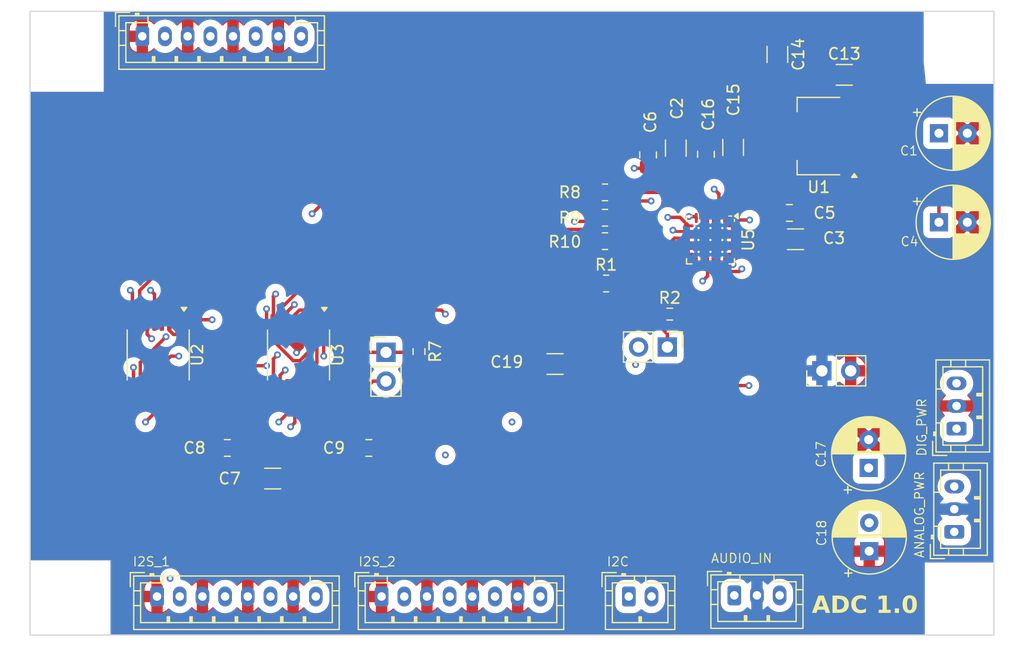
<source format=kicad_pcb>
(kicad_pcb (version 20240108) (generator "pcbnew") (generator_version "8.0")
  (layers (0 "F.Cu" signal) (1 "In1.Cu" mixed) (2 "In2.Cu" mixed) (31 "B.Cu" signal) (34 "B.Paste" user) (35 "F.Paste" user) (36 "B.SilkS" user "B.Silkscreen") (37 "F.SilkS" user "F.Silkscreen") (38 "B.Mask" user) (39 "F.Mask" user) (44 "Edge.Cuts" user))
  (net 0 "")
  (net 1 "GND")
  (net 2 "AGND")
  (net 3 "I2S1_DATA")
  (net 4 "I2S1_LRCLK")
  (net 5 "I2S1_BCLK")
  (net 6 "I2S1_MCLK")
  (net 7 "I2S2_MCLK")
  (net 8 "I2S2_DATA")
  (net 9 "I2S2_BCLK")
  (net 10 "3V3")
  (net 11 "I2S2_LRCLK")
  (net 12 "V-")
  (net 13 "V+")
  (net 14 "RIGHT_IN")
  (net 15 "LEFT_IN")
  (net 16 "I2S3_DATA_OUT")
  (net 17 "I2S3_LRCLK_OUT")
  (net 18 "I2S3_BCLK_OUT")
  (net 19 "5V")
  (net 20 "I2S_DATA_OUT")
  (net 21 "I2S_MCLK_OUT")
  (net 22 "I2S2_LRCLK_OUT")
  (net 23 "I2S_BCLK_OUT")
  (net 24 "SDA")
  (net 25 "SCL")
  (net 26 "I2S3_MCLK_OUT")
  (net 27 "A0")
  (net 28 "3V3A")
  (net 29 "DREG")
  (net 30 "VREF")
  (net 31 "ADC_ADDR")
  (net 32 "Net-(U5-I2S_DATA)")
  (net 33 "Net-(U5-I2S_BCLK)")
  (net 34 "Net-(U5-I2S_LRCLK)")
  (net 35 "Net-(U5-GPIO1)")
  (footprint "Connector_PinHeader_2.54mm:PinHeader_1x02_P2.54mm_Vertical" (layer "F.Cu") (at 156.2614 92.865 90)
    (property "Reference" "J7" (hide yes))
    (property "Value" "Conn_01x02_Male")
  )
  (footprint "Connector_JST:JST_PH_B3B-PH-K_1x03_P2.00mm_Vertical" (layer "F.Cu") (at 148.5364 112.665)
    (property "Reference" "J3" (hide yes))
    (property "Value" "Conn_01x03_Pin")
  )
  (footprint "Capacitor_SMD:C_0805_2012Metric_Pad1.18x1.45mm_HandSolder" (layer "F.Cu") (at 103.8364 99.665)
    (property "Reference" "C8")
    (property "Value" "0.1u")
  )
  (footprint "Capacitor_SMD:C_0805_2012Metric_Pad1.18x1.45mm_HandSolder" (layer "F.Cu") (at 153.3926 78.9396)
    (property "Reference" "C5")
    (property "Value" "0.1u")
  )
  (footprint "MountingHole:MountingHole_3.2mm_M3" (layer "F.Cu") (at 168.9364 113.665)
    (property "Reference" "H4" (hide yes))
    (property "Value" "MountingHole")
  )
  (footprint "Package_TO_SOT_SMD:SOT-223-3_TabPin2" (layer "F.Cu") (at 155.9864 72.165 180)
    (property "Reference" "U1")
    (property "Value" "ZLDO1117QG33TA")
  )
  (footprint "Connector_JST:JST_PH_B8B-PH-K_1x08_P2.00mm_Vertical" (layer "F.Cu") (at 96.3364 63.365)
    (property "Reference" "J4" (hide yes))
    (property "Value" "Conn_01x08_Pin")
  )
  (footprint "Resistor_SMD:R_0603_1608Metric_Pad0.98x0.95mm_HandSolder" (layer "F.Cu") (at 120.7364 91.165 -90)
    (property "Reference" "R7")
    (property "Value" "10K")
  )
  (footprint "Connector_PinHeader_2.54mm:PinHeader_1x02_P2.54mm_Vertical" (layer "F.Cu") (at 142.6364 90.765 -90)
    (property "Reference" "J8" (hide yes))
    (property "Value" "Conn_01x02_Male")
  )
  (footprint "Capacitor_SMD:C_1206_3216Metric_Pad1.33x1.80mm_HandSolder" (layer "F.Cu") (at 143.3797 73.2275 90)
    (property "Reference" "C2")
    (property "Value" "10u")
  )
  (footprint "Connector_JST:JST_PH_B3B-PH-K_1x03_P2.00mm_Vertical" (layer "F.Cu") (at 168.1364 97.965 90)
    (property "Reference" "J6" (hide yes))
    (property "Value" "Conn_01x03_Pin")
  )
  (footprint "Capacitor_THT:CP_Radial_D6.3mm_P2.50mm" (layer "F.Cu") (at 166.5864 71.915)
    (property "Reference" "C1")
    (property "Value" "470u")
  )
  (footprint "MountingHole:MountingHole_3.2mm_M3" (layer "F.Cu") (at 88.9364 63.665)
    (property "Reference" "H1" (hide yes))
    (property "Value" "MountingHole")
  )
  (footprint "Connector_JST:JST_PH_B8B-PH-K_1x08_P2.00mm_Vertical" (layer "F.Cu") (at 97.6364 112.765)
    (property "Reference" "J2" (hide yes))
    (property "Value" "Conn_01x08_Pin")
  )
  (footprint "Package_DFN_QFN:WQFN-24-1EP_4x4mm_P0.5mm_EP2.6x2.6mm_ThermalVias" (layer "F.Cu") (at 146.4364 81.3275 -90)
    (property "Reference" "U5")
    (property "Value" "TAA5212")
  )
  (footprint "Capacitor_SMD:C_0805_2012Metric_Pad1.18x1.45mm_HandSolder" (layer "F.Cu") (at 140.9364 73.8275 90)
    (property "Reference" "C6")
    (property "Value" "0.1u")
  )
  (footprint "Connector_JST:JST_PH_B8B-PH-K_1x08_P2.00mm_Vertical" (layer "F.Cu") (at 117.4364 112.765)
    (property "Reference" "J1" (hide yes))
    (property "Value" "Conn_01x08_Pin" (hide yes))
  )
  (footprint "Capacitor_SMD:C_1206_3216Metric_Pad1.33x1.80mm_HandSolder" (layer "F.Cu") (at 158.2364 66.765)
    (property "Reference" "C13")
    (property "Value" "10u")
  )
  (footprint "Capacitor_SMD:C_1206_3216Metric_Pad1.33x1.80mm_HandSolder" (layer "F.Cu") (at 152.3364 64.965 -90)
    (property "Reference" "C14")
    (property "Value" "10u")
  )
  (footprint "Resistor_SMD:R_0805_2012Metric_Pad1.20x1.40mm_HandSolder" (layer "F.Cu") (at 137.1364 77.129)
    (property "Reference" "R8")
    (property "Value" "22R")
  )
  (footprint "Package_SO:TSSOP-16_4.4x5mm_P0.65mm" (layer "F.Cu") (at 97.7364 91.465 -90)
    (property "Reference" "U2")
    (property "Value" "ADG729")
  )
  (footprint "Capacitor_SMD:C_0805_2012Metric_Pad1.18x1.45mm_HandSolder" (layer "F.Cu") (at 146.0364 73.765 90)
    (property "Reference" "C16")
    (property "Value" "0.1u")
  )
  (footprint "Capacitor_SMD:C_1206_3216Metric_Pad1.33x1.80mm_HandSolder" (layer "F.Cu") (at 107.8364 102.365)
    (property "Reference" "C7")
    (property "Value" "10u")
  )
  (footprint "Capacitor_SMD:C_0805_2012Metric_Pad1.18x1.45mm_HandSolder" (layer "F.Cu") (at 116.3114 99.665)
    (property "Reference" "C9")
    (property "Value" "0.1u")
  )
  (footprint "Resistor_SMD:R_0805_2012Metric_Pad1.20x1.40mm_HandSolder" (layer "F.Cu") (at 137.1364 79.365)
    (property "Reference" "R9")
    (property "Value" "22R")
  )
  (footprint "Resistor_SMD:R_0805_2012Metric_Pad1.20x1.40mm_HandSolder" (layer "F.Cu") (at 137.2364 85.165)
    (property "Reference" "R1")
    (property "Value" "22R")
  )
  (footprint "Connector_JST:JST_PH_B2B-PH-K_1x02_P2.00mm_Vertical" (layer "F.Cu") (at 139.2364 112.765)
    (property "Reference" "J14" (hide yes))
    (property "Value" "Conn_01x02_Male")
  )
  (footprint "Resistor_SMD:R_0603_1608Metric_Pad0.98x0.95mm_HandSolder" (layer "F.Cu") (at 142.8489 87.865)
    (property "Reference" "R2")
    (property "Value" "4.7K")
  )
  (footprint "Connector_PinHeader_2.54mm:PinHeader_1x02_P2.54mm_Vertical" (layer "F.Cu") (at 117.8239 91.235)
    (property "Reference" "J5" (hide yes))
    (property "Value" "Conn_01x02_Pin")
  )
  (footprint "Package_SO:TSSOP-16_4.4x5mm_P0.65mm" (layer "F.Cu") (at 110.1114 91.465 -90)
    (property "Reference" "U3")
    (property "Value" "ADG729")
  )
  (footprint "Capacitor_SMD:C_1206_3216Metric_Pad1.33x1.80mm_HandSolder" (layer "F.Cu") (at 148.4364 73.165 90)
    (property "Reference" "C15")
    (property "Value" "10u")
  )
  (footprint "Capacitor_SMD:C_1206_3216Metric_Pad1.33x1.80mm_HandSolder" (layer "F.Cu") (at 153.9364 81.265)
    (property "Reference" "C3")
    (property "Value" "10u")
  )
  (footprint "MountingHole:MountingHole_3.2mm_M3" (layer "F.Cu") (at 88.9364 113.665)
    (property "Reference" "H3" (hide yes))
    (property "Value" "MountingHole")
  )
  (footprint "Resistor_SMD:R_0805_2012Metric_Pad1.20x1.40mm_HandSolder" (layer "F.Cu") (at 137.1364 81.429)
    (property "Reference" "R10")
    (property "Value" "22R")
  )
  (footprint "MountingHole:MountingHole_3.2mm_M3" (layer "F.Cu") (at 168.9364 63.665)
    (property "Reference" "H2" (hide yes))
    (property "Value" "MountingHole")
  )
  (footprint "Capacitor_THT:CP_Radial_D6.3mm_P2.50mm" (layer "F.Cu") (at 160.4364 108.765 90)
    (property "Reference" "C18")
    (property "Value" "470u")
  )
  (footprint "Capacitor_THT:CP_Radial_D6.3mm_P2.50mm" (layer "F.Cu") (at 160.3864 101.4298 90)
    (property "Reference" "C17")
    (property "Value" "470u")
  )
  (footprint "Capacitor_SMD:C_1206_3216Metric_Pad1.33x1.80mm_HandSolder" (layer "F.Cu") (at 132.7364 92.265 180)
    (property "Reference" "C19")
    (property "Value" "1u")
  )
  (footprint "Connector_JST:JST_PH_B3B-PH-K_1x03_P2.00mm_Vertical" (layer "F.Cu") (at 167.9364 107.065 90)
    (property "Reference" "J13" (hide yes))
    (property "Value" "Conn_01x03_Male")
  )
  (footprint "Capacitor_THT:CP_Radial_D6.3mm_P2.50mm" (layer "F.Cu") (at 166.5864 79.765)
    (property "Reference" "C4")
    (property "Value" "470u")
  )
  (gr_line (start 171.4364 61.165) (end 171.4364 116.165) (stroke (width 0.1)) (layer "Edge.Cuts"))
  (gr_line (start 86.4364 61.165) (end 86.4364 116.165) (stroke (width 0.1)) (layer "Edge.Cuts"))
  (gr_line (start 171.4364 116.165) (end 86.4364 116.165) (stroke (width 0.1)) (layer "Edge.Cuts"))
  (gr_line (start 86.4364 61.165) (end 171.4364 61.165) (stroke (width 0.1)) (layer "Edge.Cuts"))
  (gr_text "AUDIO_IN\n" (at 146.4364 109.865 0) (layer "F.SilkS") (effects (font (size 0.8 0.8) (thickness 0.1)) (justify left bottom)))
  (gr_text "I2S_2\n" (at 115.3364 110.165 0) (layer "F.SilkS") (effects (font (size 0.8 0.8) (thickness 0.1)) (justify left bottom)))
  (gr_text "ANALOG_PWR" (at 165.3364 109.425 90) (layer "F.SilkS") (effects (font (size 0.8 0.8) (thickness 0.1)) (justify left bottom)))
  (gr_text "I2S_1" (at 95.4364 110.165 0) (layer "F.SilkS") (effects (font (size 0.8 0.8) (thickness 0.1)) (justify left bottom)))
  (gr_text "DIG_PWR" (at 165.5364 100.465 90) (layer "F.SilkS") (effects (font (size 0.8 0.8) (thickness 0.1)) (justify left bottom)))
  (gr_text "ADC 1.0" (at 164.7364 114.465 0) (layer "F.SilkS") (effects (font (size 1.5 1.5) (thickness 0.1) (bold yes)) (justify right bottom)))
  (gr_text "I2C" (at 137.2364 110.165 0) (layer "F.SilkS") (effects (font (size 0.8 0.8) (thickness 0.1)) (justify left bottom)))
  (segment (start 110.4364 90.765) (end 109.9364 91.265) (width 0.3) (layer "F.Cu") (net 1))
  (segment (start 110.4364 88.6025) (end 110.4364 90.765) (width 0.3) (layer "F.Cu") (net 1))
  (via (at 109.9364 91.265) (size 0.6) (drill 0.3) (layers "F.Cu" "B.Cu") (net 1))
  (segment (start 147.924 83.5031) (end 148.423 83.5031) (width 0.3) (layer "F.Cu") (net 2))
  (segment (start 146.6864 82.9466) (end 146.6864 83.265) (width 0.3) (layer "F.Cu") (net 2))
  (segment (start 146.686 82.9462) (end 146.686 83.265) (width 0.3) (layer "F.Cu") (net 2))
  (segment (start 146.686 82.6275) (end 146.686 82.9462) (width 0.3) (layer "F.Cu") (net 2))
  (segment (start 147.6862 83.2652) (end 147.6864 83.265) (width 0.3) (layer "F.Cu") (net 2))
  (segment (start 147.686 83.265) (end 147.6862 83.2652) (width 0.3) (layer "F.Cu") (net 2))
  (segment (start 146.4362 82.3777) (end 146.686 82.6275) (width 0.3) (layer "F.Cu") (net 2))
  (segment (start 146.4364 82.3775) (end 146.4362 82.3777) (width 0.3) (layer "F.Cu") (net 2))
  (segment (start 146.436 82.3775) (end 146.4362 82.3777) (width 0.3) (layer "F.Cu") (net 2))
  (segment (start 147.6862 83.2652) (end 147.924 83.5031) (width 0.3) (layer "F.Cu") (net 2))
  (segment (start 146.686 82.9462) (end 146.6864 82.9466) (width 0.3) (layer "F.Cu") (net 2))
  (via (at 148.423 83.5031) (size 0.6) (drill 0.3) (layers "F.Cu" "B.Cu") (net 2))
  (segment (start 109.786 95.881) (end 109.786 97.4345) (width 0.3) (layer "F.Cu") (net 3))
  (segment (start 109.786 95.881) (end 109.7864 95.8806) (width 0.3) (layer "F.Cu") (net 3))
  (segment (start 109.786 97.4345) (end 109.416 97.8052) (width 0.3) (layer "F.Cu") (net 3))
  (segment (start 109.7864 95.8806) (end 109.7864 94.3275) (width 0.3) (layer "F.Cu") (net 3))
  (segment (start 109.786 94.3275) (end 109.786 95.881) (width 0.3) (layer "F.Cu") (net 3))
  (via (at 128.937 97.3805) (size 0.6) (drill 0.3) (layers "F.Cu" "B.Cu") (net 3))
  (via (at 109.416 97.8052) (size 0.6) (drill 0.3) (layers "F.Cu" "B.Cu") (net 3))
  (segment (start 109.786 88.2604) (end 109.7864 88.2608) (width 0.3) (layer "F.Cu") (net 4))
  (segment (start 122.706 87.5078) (end 123.061 87.8633) (width 0.3) (layer "F.Cu") (net 4))
  (segment (start 109.786 88.2604) (end 109.786 87.9184) (width 0.3) (layer "F.Cu") (net 4))
  (segment (start 109.786 88.6025) (end 109.786 88.2604) (width 0.3) (layer "F.Cu") (net 4))
  (segment (start 109.7864 88.2608) (end 109.7864 88.6025) (width 0.3) (layer "F.Cu") (net 4))
  (segment (start 110.197 87.5078) (end 122.706 87.5078) (width 0.3) (layer "F.Cu") (net 4))
  (segment (start 109.786 87.9184) (end 110.197 87.5078) (width 0.3) (layer "F.Cu") (net 4))
  (via (at 123.061 87.8633) (size 0.6) (drill 0.3) (layers "F.Cu" "B.Cu") (net 4))
  (segment (start 97.4114 94.3275) (end 97.4114 96.5885) (width 0.3) (layer "F.Cu") (net 5))
  (segment (start 97.4114 96.5885) (end 96.6194 97.3805) (width 0.3) (layer "F.Cu") (net 5))
  (via (at 96.6194 97.3805) (size 0.6) (drill 0.3) (layers "F.Cu" "B.Cu") (net 5))
  (via (at 123.061 100.286) (size 0.6) (drill 0.3) (layers "F.Cu" "B.Cu") (net 5))
  (segment (start 97.0592 85.7593) (end 97.4114 86.1115) (width 0.3) (layer "F.Cu") (net 6))
  (segment (start 97.4114 86.1115) (end 97.4114 88.6025) (width 0.3) (layer "F.Cu") (net 6))
  (via (at 98.7884 111.172) (size 0.6) (drill 0.3) (layers "F.Cu" "B.Cu") (net 6))
  (via (at 97.0592 85.7593) (size 0.6) (drill 0.3) (layers "F.Cu" "B.Cu") (net 6))
  (segment (start 96.7614 89.6381) (end 97.1601 90.0368) (width 0.3) (layer "F.Cu") (net 7))
  (segment (start 96.7614 88.6025) (end 96.7614 89.6381) (width 0.3) (layer "F.Cu") (net 7))
  (via (at 97.1601 90.0368) (size 0.6) (drill 0.3) (layers "F.Cu" "B.Cu") (net 7))
  (segment (start 109.136 96.6155) (end 108.371 97.3805) (width 0.3) (layer "F.Cu") (net 8))
  (segment (start 109.136 95.4715) (end 109.1364 95.4711) (width 0.3) (layer "F.Cu") (net 8))
  (segment (start 109.136 95.4715) (end 109.136 96.6155) (width 0.3) (layer "F.Cu") (net 8))
  (segment (start 109.136 94.3275) (end 109.136 95.4715) (width 0.3) (layer "F.Cu") (net 8))
  (segment (start 109.1364 95.4711) (end 109.1364 94.3275) (width 0.3) (layer "F.Cu") (net 8))
  (via (at 108.371 97.3805) (size 0.6) (drill 0.3) (layers "F.Cu" "B.Cu") (net 8))
  (segment (start 98.8555 91.5699) (end 99.5574 91.5699) (width 0.3) (layer "F.Cu") (net 9))
  (segment (start 96.7614 93.664) (end 98.8555 91.5699) (width 0.3) (layer "F.Cu") (net 9))
  (segment (start 96.7614 94.3275) (end 96.7614 93.664) (width 0.3) (layer "F.Cu") (net 9))
  (via (at 99.5574 91.5699) (size 0.6) (drill 0.3) (layers "F.Cu" "B.Cu") (net 9))
  (segment (start 106.2739 102.365) (end 105.499 102.365) (width 0.3) (layer "F.Cu") (net 10))
  (segment (start 111.731 88.6082) (end 111.731 92.1833) (width 0.3) (layer "F.Cu") (net 10))
  (segment (start 145.186 79.39) (end 145.1864 79.39) (width 0.3) (layer "F.Cu") (net 10))
  (segment (start 111.731 92.1833) (end 111.086 92.8276) (width 0.3) (layer "F.Cu") (net 10))
  (segment (start 141.011 74.79) (end 143.3797 74.79) (width 0.3) (layer "F.Cu") (net 10))
  (segment (start 140.8653 74.9361) (end 140.9364 74.865) (width 0.3) (layer "F.Cu") (net 10))
  (segment (start 140.936 74.865) (end 141.011 74.79) (width 0.3) (layer "F.Cu") (net 10))
  (segment (start 111.0864 93.9196) (end 111.0864 94.3275) (width 0.3) (layer "F.Cu") (net 10))
  (segment (start 111.086 93.9192) (end 111.0864 93.9196) (width 0.3) (layer "F.Cu") (net 10))
  (segment (start 98.7114 95.5775) (end 98.7114 94.3275) (width 0.3) (layer "F.Cu") (net 10))
  (segment (start 103.5046 100.3707) (end 102.7989 99.665) (width 0.3) (layer "F.Cu") (net 10))
  (segment (start 140.865 74.9361) (end 140.936 74.865) (width 0.3) (layer "F.Cu") (net 10))
  (segment (start 111.984 95.3671) (end 115.08 95.3671) (width 0.3) (layer "F.Cu") (net 10))
  (segment (start 103.5047 100.3707) (end 103.5046 100.3707) (width 0.3) (layer "F.Cu") (net 10))
  (segment (start 111.086 93.9192) (end 111.086 95.0108) (width 0.3) (layer "F.Cu") (net 10))
  (segment (start 105.499 102.365) (end 103.5047 100.3707) (width 0.3) (layer "F.Cu") (net 10))
  (segment (start 115.08 95.3671) (end 116.672 93.775) (width 0.3) (layer "F.Cu") (net 10))
  (segment (start 111.086 95.0108) (end 111.443 95.3671) (width 0.3) (layer "F.Cu") (net 10))
  (segment (start 144.534 79.2607) (end 145.057 79.2607) (width 0.3) (layer "F.Cu") (net 10))
  (segment (start 140.865 74.9361) (end 140.8653 74.9361) (width 0.3) (layer "F.Cu") (net 10))
  (segment (start 116.672 93.775) (end 117.8239 93.775) (width 0.3) (layer "F.Cu") (net 10))
  (segment (start 139.715 75.0072) (end 140.794 75.0072) (width 0.3) (layer "F.Cu") (net 10))
  (segment (start 111.086 92.8276) (end 111.086 93.9192) (width 0.3) (layer "F.Cu") (net 10))
  (segment (start 106.274 102.365) (end 106.2739 102.365) (width 0.3) (layer "F.Cu") (net 10))
  (segment (start 115.274 99.665) (end 115.2739 99.665) (width 0.3) (layer "F.Cu") (net 10))
  (segment (start 117.8239 93.775) (end 117.824 93.775) (width 0.3) (layer "F.Cu") (net 10))
  (segment (start 103.5047 100.3707) (end 102.799 99.665) (width 0.3) (layer "F.Cu") (net 10))
  (segment (start 111.736 88.6025) (end 111.731 88.6082) (width 0.3) (layer "F.Cu") (net 10))
  (segment (start 108.974 99.665) (end 106.274 102.365) (width 0.3) (layer "F.Cu") (net 10))
  (segment (start 111.984 99.665) (end 111.984 95.3671) (width 0.3) (layer "F.Cu") (net 10))
  (segment (start 140.794 75.0072) (end 140.865 74.9361) (width 0.3) (layer "F.Cu") (net 10))
  (segment (start 115.2739 99.665) (end 111.984 99.665) (width 0.3) (layer "F.Cu") (net 10))
  (segment (start 111.736 88.6025) (end 111.7364 88.6025) (width 0.3) (layer "F.Cu") (net 10))
  (segment (start 111.984 99.665) (end 108.974 99.665) (width 0.3) (layer "F.Cu") (net 10))
  (segment (start 143.3797 74.79) (end 143.38 74.79) (width 0.3) (layer "F.Cu") (net 10))
  (segment (start 111.443 95.3671) (end 111.984 95.3671) (width 0.3) (layer "F.Cu") (net 10))
  (segment (start 102.799 99.665) (end 98.7114 95.5775) (width 0.3) (layer "F.Cu") (net 10))
  (segment (start 145.057 79.2607) (end 145.186 79.39) (width 0.3) (layer "F.Cu") (net 10))
  (via (at 144.534 79.2607) (size 0.6) (drill 0.3) (layers "F.Cu" "B.Cu") (net 10))
  (via (at 139.715 75.0072) (size 0.6) (drill 0.3) (layers "F.Cu" "B.Cu") (net 10))
  (segment (start 109.136 88.1201) (end 109.1364 88.1205) (width 0.3) (layer "F.Cu") (net 11))
  (segment (start 109.136 87.6378) (end 109.136 88.1201) (width 0.3) (layer "F.Cu") (net 11))
  (segment (start 109.1364 88.1205) (end 109.1364 88.6025) (width 0.3) (layer "F.Cu") (net 11))
  (segment (start 109.744 87.0297) (end 109.136 87.6378) (width 0.3) (layer "F.Cu") (net 11))
  (segment (start 109.136 88.1201) (end 109.136 88.6025) (width 0.3) (layer "F.Cu") (net 11))
  (via (at 109.744 87.0297) (size 0.6) (drill 0.3) (layers "F.Cu" "B.Cu") (net 11))
  (segment (start 147.1864 83.5271) (end 147.1864 83.265) (width 0.3) (layer "F.Cu") (net 14))
  (segment (start 147.186 83.5275) (end 147.1864 83.5271) (width 0.3) (layer "F.Cu") (net 14))
  (segment (start 148.971 84.1049) (end 149.201 83.8746) (width 0.3) (layer "F.Cu") (net 14))
  (segment (start 147.186 83.5275) (end 147.186 83.79) (width 0.3) (layer "F.Cu") (net 14))
  (segment (start 147.501 84.1049) (end 148.971 84.1049) (width 0.3) (layer "F.Cu") (net 14))
  (segment (start 147.186 83.79) (end 147.501 84.1049) (width 0.3) (layer "F.Cu") (net 14))
  (segment (start 147.186 83.265) (end 147.186 83.5275) (width 0.3) (layer "F.Cu") (net 14))
  (via (at 149.201 83.8746) (size 0.6) (drill 0.3) (layers "F.Cu" "B.Cu") (net 14))
  (segment (start 146.186 84.5093) (end 146.186 83.8871) (width 0.3) (layer "F.Cu") (net 15))
  (segment (start 146.186 83.8871) (end 146.1864 83.8867) (width 0.3) (layer "F.Cu") (net 15))
  (segment (start 145.747 84.9489) (end 146.186 84.5093) (width 0.3) (layer "F.Cu") (net 15))
  (segment (start 146.1864 83.8867) (end 146.1864 83.265) (width 0.3) (layer "F.Cu") (net 15))
  (segment (start 146.186 83.8871) (end 146.186 83.265) (width 0.3) (layer "F.Cu") (net 15))
  (via (at 145.747 84.9489) (size 0.6) (drill 0.3) (layers "F.Cu" "B.Cu") (net 15))
  (segment (start 113.196 77.129) (end 111.309 79.0158) (width 0.3) (layer "F.Cu") (net 16))
  (segment (start 136.136 77.129) (end 136.1364 77.129) (width 0.3) (layer "F.Cu") (net 16))
  (segment (start 108.4864 93.7896) (end 108.4864 94.3275) (width 0.3) (layer "F.Cu") (net 16))
  (segment (start 108.486 93.7892) (end 108.4864 93.7896) (width 0.3) (layer "F.Cu") (net 16))
  (segment (start 108.486 93.7892) (end 108.486 94.3275) (width 0.3) (layer "F.Cu") (net 16))
  (segment (start 136.136 77.129) (end 113.196 77.129) (width 0.3) (layer "F.Cu") (net 16))
  (segment (start 108.486 93.251) (end 108.486 93.7892) (width 0.3) (layer "F.Cu") (net 16))
  (segment (start 108.943 92.7941) (end 108.486 93.251) (width 0.3) (layer "F.Cu") (net 16))
  (via (at 111.309 79.0158) (size 0.6) (drill 0.3) (layers "F.Cu" "B.Cu") (net 16))
  (via (at 108.943 92.7941) (size 0.6) (drill 0.3) (layers "F.Cu" "B.Cu") (net 16))
  (segment (start 114.494 81.429) (end 136.136 81.429) (width 0.3) (layer "F.Cu") (net 17))
  (segment (start 108.486 88.0197) (end 108.4864 88.0201) (width 0.3) (layer "F.Cu") (net 17))
  (segment (start 136.136 81.429) (end 136.1364 81.429) (width 0.3) (layer "F.Cu") (net 17))
  (segment (start 108.486 88.6025) (end 108.486 88.0197) (width 0.3) (layer "F.Cu") (net 17))
  (segment (start 108.486 88.0197) (end 108.486 87.437) (width 0.3) (layer "F.Cu") (net 17))
  (segment (start 108.4864 88.0201) (end 108.4864 88.6025) (width 0.3) (layer "F.Cu") (net 17))
  (segment (start 108.486 87.437) (end 114.494 81.429) (width 0.3) (layer "F.Cu") (net 17))
  (segment (start 135.816 79.6856) (end 135.976 79.5253) (width 0.3) (layer "F.Cu") (net 18))
  (segment (start 96.1114 94.3275) (end 96.1576 94.2813) (width 0.3) (layer "F.Cu") (net 18))
  (segment (start 96.1576 92.1289) (end 98.4308 89.8557) (width 0.3) (layer "F.Cu") (net 18))
  (segment (start 135.9761 79.5253) (end 136.1364 79.365) (width 0.3) (layer "F.Cu") (net 18))
  (segment (start 135.976 79.5253) (end 135.9761 79.5253) (width 0.3) (layer "F.Cu") (net 18))
  (segment (start 135.976 79.5253) (end 136.136 79.365) (width 0.3) (layer "F.Cu") (net 18))
  (segment (start 96.1576 94.2813) (end 96.1576 92.1289) (width 0.3) (layer "F.Cu") (net 18))
  (segment (start 134.44 79.6856) (end 135.816 79.6856) (width 0.3) (layer "F.Cu") (net 18))
  (via (at 98.4308 89.8557) (size 0.6) (drill 0.3) (layers "F.Cu" "B.Cu") (net 18))
  (via (at 134.44 79.6856) (size 0.6) (drill 0.3) (layers "F.Cu" "B.Cu") (net 18))
  (segment (start 159.799 69.2025) (end 159.1362 69.8648) (width 0.3) (layer "F.Cu") (net 19))
  (segment (start 159.1364 69.865) (end 159.1362 69.8648) (width 0.3) (layer "F.Cu") (net 19))
  (segment (start 159.799 66.765) (end 159.799 67.9837) (width 0.3) (layer "F.Cu") (net 19))
  (segment (start 159.7989 67.9836) (end 159.7989 66.765) (width 0.3) (layer "F.Cu") (net 19))
  (segment (start 159.799 67.9837) (end 159.799 69.2025) (width 0.3) (layer "F.Cu") (net 19))
  (segment (start 166.586 77.315) (end 166.586 79.765) (width 0.3) (layer "F.Cu") (net 19))
  (segment (start 166.5864 79.765) (end 166.586 79.765) (width 0.3) (layer "F.Cu") (net 19))
  (segment (start 159.1362 69.8648) (end 159.136 69.865) (width 0.3) (layer "F.Cu") (net 19))
  (segment (start 159.136 69.865) (end 166.586 77.315) (width 0.3) (layer "F.Cu") (net 19))
  (segment (start 159.799 67.9837) (end 159.7989 67.9836) (width 0.3) (layer "F.Cu") (net 19))
  (segment (start 107.896 94.2678) (end 107.896 91.8112) (width 0.3) (layer "F.Cu") (net 20))
  (segment (start 107.836 94.3275) (end 107.8363 94.3273) (width 0.3) (layer "F.Cu") (net 20))
  (segment (start 107.8363 94.3273) (end 107.896 94.2678) (width 0.3) (layer "F.Cu") (net 20))
  (segment (start 107.8364 94.3274) (end 107.8364 94.3275) (width 0.3) (layer "F.Cu") (net 20))
  (segment (start 107.896 91.8112) (end 108.254 91.4537) (width 0.3) (layer "F.Cu") (net 20))
  (segment (start 107.8363 94.3273) (end 107.8364 94.3274) (width 0.3) (layer "F.Cu") (net 20))
  (via (at 108.254 91.4537) (size 0.6) (drill 0.3) (layers "F.Cu" "B.Cu") (net 20))
  (segment (start 95.4614 85.9425) (end 95.2782 85.7593) (width 0.3) (layer "F.Cu") (net 21))
  (segment (start 95.4614 88.6025) (end 95.4614 85.9425) (width 0.3) (layer "F.Cu") (net 21))
  (via (at 95.2782 85.7593) (size 0.6) (drill 0.3) (layers "F.Cu" "B.Cu") (net 21))
  (segment (start 107.8363 88.6023) (end 107.896 88.5428) (width 0.3) (layer "F.Cu") (net 22))
  (segment (start 107.896 86.2877) (end 108.094 86.0902) (width 0.3) (layer "F.Cu") (net 22))
  (segment (start 107.8364 88.6024) (end 107.8364 88.6025) (width 0.3) (layer "F.Cu") (net 22))
  (segment (start 107.8363 88.6023) (end 107.8364 88.6024) (width 0.3) (layer "F.Cu") (net 22))
  (segment (start 107.896 88.5428) (end 107.896 86.2877) (width 0.3) (layer "F.Cu") (net 22))
  (segment (start 107.836 88.6025) (end 107.8363 88.6023) (width 0.3) (layer "F.Cu") (net 22))
  (via (at 108.094 86.0902) (size 0.6) (drill 0.3) (layers "F.Cu" "B.Cu") (net 22))
  (segment (start 95.4614 94.3275) (end 95.5559 94.233) (width 0.3) (layer "F.Cu") (net 23))
  (segment (start 95.5559 94.233) (end 95.5559 92.5678) (width 0.3) (layer "F.Cu") (net 23))
  (via (at 95.5559 92.5678) (size 0.6) (drill 0.3) (layers "F.Cu" "B.Cu") (net 23))
  (segment (start 143.124 80.4676) (end 143.125 80.466) (width 0.3) (layer "F.Cu") (net 24))
  (segment (start 107.294 89.6563) (end 99.0823 89.6563) (width 0.3) (layer "F.Cu") (net 24))
  (segment (start 111.086 88.95) (end 111.0864 88.9496) (width 0.3) (layer "F.Cu") (net 24))
  (segment (start 144.4989 80.5775) (end 144.499 80.5775) (width 0.2502) (layer "F.Cu") (net 24))
  (segment (start 110.22635 91.965) (end 109.64645 91.965) (width 0.3) (layer "F.Cu") (net 24))
  (segment (start 107.33775 89.6563) (end 107.294 89.6563) (width 0.3) (layer "F.Cu") (net 24))
  (segment (start 143.124 80.5029) (end 143.198 80.5775) (width 0.2502) (layer "F.Cu") (net 24))
  (segment (start 107.294 89.6563) (end 107.294 87.4029) (width 0.3) (layer "F.Cu") (net 24))
  (segment (start 143.198 80.5775) (end 144.4989 80.5775) (width 0.2502) (layer "F.Cu") (net 24))
  (segment (start 98.7114 89.2854) (end 98.7114 88.6025) (width 0.3) (layer "F.Cu") (net 24))
  (segment (start 111.086 88.6025) (end 111.086 88.95) (width 0.3) (layer "F.Cu") (net 24))
  (segment (start 111.0864 88.9496) (end 111.0864 88.6025) (width 0.3) (layer "F.Cu") (net 24))
  (segment (start 99.0823 89.6563) (end 98.7114 89.2854) (width 0.3) (layer "F.Cu") (net 24))
  (segment (start 109.64645 91.965) (end 107.33775 89.6563) (width 0.3) (layer "F.Cu") (net 24))
  (segment (start 111.086 88.95) (end 111.086 91.10535) (width 0.3) (layer "F.Cu") (net 24))
  (segment (start 111.086 91.10535) (end 110.22635 91.965) (width 0.3) (layer "F.Cu") (net 24))
  (segment (start 143.124 80.5029) (end 143.124 80.4676) (width 0.3) (layer "F.Cu") (net 24))
  (via (at 107.294 87.4029) (size 0.6) (drill 0.3) (layers "F.Cu" "B.Cu") (net 24))
  (via (at 143.125 80.466) (size 0.6) (drill 0.3) (layers "F.Cu" "B.Cu") (net 24))
  (segment (start 144.499 80.0775) (end 144.2822 79.8609) (width 0.3) (layer "F.Cu") (net 25))
  (segment (start 144.2822 79.8609) (end 144.2823 79.8609) (width 0.3) (layer "F.Cu") (net 25))
  (segment (start 112.359 88.6295) (end 112.3594 88.6295) (width 0.3) (layer "F.Cu") (net 25))
  (segment (start 142.672 79.3311) (end 142.672 79.331) (width 0.3) (layer "F.Cu") (net 25))
  (segment (start 112.3594 88.6295) (end 112.3864 88.6025) (width 0.3) (layer "F.Cu") (net 25))
  (segment (start 100.132 88.4816) (end 100.253 88.3607) (width 0.3) (layer "F.Cu") (net 25))
  (segment (start 112.386 88.6025) (end 112.359 88.6295) (width 0.3) (layer "F.Cu") (net 25))
  (segment (start 100.132 88.4816) (end 100.0114 88.6022) (width 0.3) (layer "F.Cu") (net 25))
  (segment (start 112.332 88.6565) (end 112.332 91.5699) (width 0.3) (layer "F.Cu") (net 25))
  (segment (start 144.2823 79.8609) (end 144.4989 80.0775) (width 0.3) (layer "F.Cu") (net 25))
  (segment (start 143.752 79.3311) (end 142.672 79.3311) (width 0.3) (layer "F.Cu") (net 25))
  (segment (start 100.253 88.3607) (end 102.495 88.3607) (width 0.3) (layer "F.Cu") (net 25))
  (segment (start 100.0114 88.6022) (end 100.0114 88.6025) (width 0.3) (layer "F.Cu") (net 25))
  (segment (start 144.2822 79.8609) (end 143.752 79.3311) (width 0.3) (layer "F.Cu") (net 25))
  (segment (start 112.359 88.6295) (end 112.332 88.6565) (width 0.3) (layer "F.Cu") (net 25))
  (segment (start 100.011 88.6025) (end 100.132 88.4816) (width 0.3) (layer "F.Cu") (net 25))
  (via (at 142.672 79.331) (size 0.6) (drill 0.3) (layers "F.Cu" "B.Cu") (net 25))
  (via (at 102.495 88.3607) (size 0.6) (drill 0.3) (layers "F.Cu" "B.Cu") (net 25))
  (via (at 112.332 91.5699) (size 0.6) (drill 0.3) (layers "F.Cu" "B.Cu") (net 25))
  (via (at 139.834 92.3188) (size 0.6) (drill 0.3) (layers "F.Cu" "B.Cu") (net 25))
  (segment (start 136.756 80.3971) (end 137.106 80.7465) (width 0.3) (layer "F.Cu") (net 26))
  (segment (start 96.1114 88.6025) (end 96.1114 85.7726) (width 0.3) (layer "F.Cu") (net 26))
  (segment (start 136.671 84.7304) (end 136.236 85.165) (width 0.3) (layer "F.Cu") (net 26))
  (segment (start 137.106 80.7465) (end 137.106 84.2958) (width 0.3) (layer "F.Cu") (net 26))
  (segment (start 96.1114 85.7726) (end 101.487 80.3971) (width 0.3) (layer "F.Cu") (net 26))
  (segment (start 136.671 84.7304) (end 136.2364 85.165) (width 0.3) (layer "F.Cu") (net 26))
  (segment (start 137.106 84.2958) (end 136.671 84.7304) (width 0.3) (layer "F.Cu") (net 26))
  (segment (start 101.487 80.3971) (end 136.756 80.3971) (width 0.3) (layer "F.Cu") (net 26))
  (segment (start 120.2452 90.7437) (end 120.7364 90.2525) (width 0.3) (layer "F.Cu") (net 27))
  (segment (start 112.3863 94.3274) (end 112.3864 94.3275) (width 0.3) (layer "F.Cu") (net 27))
  (segment (start 112.3862 94.3274) (end 112.3863 94.3274) (width 0.3) (layer "F.Cu") (net 27))
  (segment (start 120.245 90.7437) (end 119.754 91.235) (width 0.3) (layer "F.Cu") (net 27))
  (segment (start 120.245 90.7437) (end 120.2452 90.7437) (width 0.3) (layer "F.Cu") (net 27))
  (segment (start 115.479 91.235) (end 112.3862 94.3274) (width 0.3) (layer "F.Cu") (net 27))
  (segment (start 100.967 93.3716) (end 101.923 92.4157) (width 0.3) (layer "F.Cu") (net 27))
  (segment (start 112.3862 94.3274) (end 112.386 94.3275) (width 0.3) (layer "F.Cu") (net 27))
  (segment (start 119.754 91.235) (end 117.8239 91.235) (width 0.3) (layer "F.Cu") (net 27))
  (segment (start 101.923 92.4157) (end 107.294 92.4157) (width 0.3) (layer "F.Cu") (net 27))
  (segment (start 117.8239 91.235) (end 115.479 91.235) (width 0.3) (layer "F.Cu") (net 27))
  (segment (start 120.736 90.2525) (end 120.245 90.7437) (width 0.3) (layer "F.Cu") (net 27))
  (segment (start 100.967 93.3716) (end 100.0114 94.3272) (width 0.3) (layer "F.Cu") (net 27))
  (segment (start 100.011 94.3275) (end 100.967 93.3716) (width 0.3) (layer "F.Cu") (net 27))
  (segment (start 100.0114 94.3272) (end 100.0114 94.3275) (width 0.3) (layer "F.Cu") (net 27))
  (via (at 107.294 92.4157) (size 0.6) (drill 0.3) (layers "F.Cu" "B.Cu") (net 27))
  (segment (start 152.3645 81.2556) (end 152.374 81.265) (width 0.3) (layer "F.Cu") (net 28))
  (segment (start 152.836 78.4583) (end 152.355 78.9396) (width 0.3) (layer "F.Cu") (net 28))
  (segment (start 151.686 80.5775) (end 148.374 80.5775) (width 0.3) (layer "F.Cu") (net 28))
  (segment (start 152.355 80.0929) (end 152.3551 80.0928) (width 0.3) (layer "F.Cu") (net 28))
  (segment (start 152.336 68.6957) (end 152.3364 68.6953) (width 0.3) (layer "F.Cu") (net 28))
  (segment (start 152.336 68.6957) (end 152.336 71.665) (width 0.3) (layer "F.Cu") (net 28))
  (segment (start 152.8364 72.165) (end 159.136 72.165) (width 0.3) (layer "F.Cu") (net 28))
  (segment (start 152.836 72.165) (end 152.836 78.4583) (width 0.3) (layer "F.Cu") (net 28))
  (segment (start 152.3645 81.2556) (end 152.3739 81.265) (width 0.3) (layer "F.Cu") (net 28))
  (segment (start 152.836 72.165) (end 152.8364 72.165) (width 0.3) (layer "F.Cu") (net 28))
  (segment (start 152.336 66.5275) (end 152.336 68.6957) (width 0.3) (layer "F.Cu") (net 28))
  (segment (start 152.3551 80.0928) (end 152.3551 78.9396) (width 0.3) (layer "F.Cu") (net 28))
  (segment (start 148.374 80.5775) (end 148.3739 80.5775) (width 0.3) (layer "F.Cu") (net 28))
  (segment (start 152.355 78.9396) (end 152.355 80.0929) (width 0.3) (layer "F.Cu") (net 28))
  (segment (start 152.355 80.0929) (end 152.355 81.2462) (width 0.3) (layer "F.Cu") (net 28))
  (segment (start 152.374 81.265) (end 151.686 80.5775) (width 0.3) (layer "F.Cu") (net 28))
  (segment (start 159.136 72.165) (end 159.1364 72.165) (width 0.3) (layer "F.Cu") (net 28))
  (segment (start 152.3364 68.6953) (end 152.3364 66.5275) (width 0.3) (layer "F.Cu") (net 28))
  (segment (start 152.336 71.665) (end 152.836 72.165) (width 0.3) (layer "F.Cu") (net 28))
  (segment (start 152.355 81.2462) (end 152.3645 81.2556) (width 0.3) (layer "F.Cu") (net 28))
  (segment (start 146.111 74.7275) (end 146.0364 74.8021) (width 0.3) (layer "F.Cu") (net 29))
  (segment (start 148.436 75.5984) (end 148.4364 75.598) (width 0.3) (layer "F.Cu") (net 29))
  (segment (start 147.6864 79.3896) (end 148.436 78.64) (width 0.3) (layer "F.Cu") (net 29))
  (segment (start 148.436 74.7275) (end 146.111 74.7275) (width 0.3) (layer "F.Cu") (net 29))
  (segment (start 146.0364 74.8021) (end 146.0364 74.8025) (width 0.3) (layer "F.Cu") (net 29))
  (segment (start 147.686 79.39) (end 147.6864 79.3896) (width 0.3) (layer "F.Cu") (net 29))
  (segment (start 146.0364 74.8021) (end 146.036 74.8025) (width 0.3) (layer "F.Cu") (net 29))
  (segment (start 147.6864 79.3896) (end 147.6864 79.39) (width 0.3) (layer "F.Cu") (net 29))
  (segment (start 148.436 78.64) (end 148.436 75.5984) (width 0.3) (layer "F.Cu") (net 29))
  (segment (start 148.436 75.5984) (end 148.436 74.7275) (width 0.3) (layer "F.Cu") (net 29))
  (segment (start 148.4364 75.598) (end 148.4364 74.7275) (width 0.3) (layer "F.Cu") (net 29))
  (segment (start 148.5021 79.9493) (end 148.3739 80.0775) (width 0.3) (layer "F.Cu") (net 30))
  (segment (start 134.299 92.265) (end 135.249 93.215) (width 0.3) (layer "F.Cu") (net 30))
  (segment (start 136.199 94.165) (end 149.829 94.165) (width 0.3) (layer "F.Cu") (net 30))
  (segment (start 135.2489 93.215) (end 134.2989 92.265) (width 0.3) (layer "F.Cu") (net 30))
  (segment (start 148.887 79.5648) (end 148.5023 79.9493) (width 0.3) (layer "F.Cu") (net 30))
  (segment (start 148.5023 79.9493) (end 148.5021 79.9493) (width 0.3) (layer "F.Cu") (net 30))
  (segment (start 135.249 93.215) (end 135.2489 93.215) (width 0.3) (layer "F.Cu") (net 30))
  (segment (start 148.5023 79.9493) (end 148.374 80.0775) (width 0.3) (layer "F.Cu") (net 30))
  (segment (start 135.249 93.215) (end 136.199 94.165) (width 0.3) (layer "F.Cu") (net 30))
  (segment (start 149.892 79.5648) (end 148.887 79.5648) (width 0.3) (layer "F.Cu") (net 30))
  (via (at 149.829 94.165) (size 0.6) (drill 0.3) (layers "F.Cu" "B.Cu") (net 30))
  (via (at 149.892 79.5648) (size 0.6) (drill 0.3) (layers "F.Cu" "B.Cu") (net 30))
  (segment (start 145.15 83.265) (end 145.186 83.265) (width 0.2502) (layer "F.Cu") (net 31))
  (segment (start 141.936 86.4781) (end 145.102 83.3128) (width 0.3) (layer "F.Cu") (net 31))
  (segment (start 145.186 83.265) (end 145.1864 83.265) (width 0.3) (layer "F.Cu") (net 31))
  (segment (start 141.936 87.6957) (end 141.936 86.4781) (width 0.3) (layer "F.Cu") (net 31))
  (segment (start 141.936 88.9133) (end 141.936 87.6957) (width 0.3) (layer "F.Cu") (net 31))
  (segment (start 142.636 90.765) (end 142.636 89.6133) (width 0.3) (layer "F.Cu") (net 31))
  (segment (start 142.636 89.6133) (end 141.936 88.9133) (width 0.3) (layer "F.Cu") (net 31))
  (segment (start 141.936 87.6957) (end 141.9364 87.6961) (width 0.3) (layer "F.Cu") (net 31))
  (segment (start 142.6364 90.765) (end 142.636 90.765) (width 0.3) (layer "F.Cu") (net 31))
  (segment (start 141.9364 87.6961) (end 141.9364 87.865) (width 0.3) (layer "F.Cu") (net 31))
  (segment (start 145.102 83.3128) (end 145.15 83.265) (width 0.2502) (layer "F.Cu") (net 31))
  (segment (start 146.186 79.2633) (end 146.186 79.39) (width 0.3) (layer "F.Cu") (net 32))
  (segment (start 146.1864 79.2637) (end 146.1864 79.39) (width 0.3) (layer "F.Cu") (net 32))
  (segment (start 138.1364 77.129) (end 144.404 77.129) (width 0.3) (layer "F.Cu") (net 32))
  (segment (start 144.404 77.129) (end 146.112 78.8369) (width 0.3) (layer "F.Cu") (net 32))
  (segment (start 146.112 78.8369) (end 146.112 79.0621) (width 0.2502) (layer "F.Cu") (net 32))
  (segment (start 138.136 77.129) (end 138.1364 77.129) (width 0.3) (layer "F.Cu") (net 32))
  (segment (start 146.186 79.1367) (end 146.186 79.2633) (width 0.3) (layer "F.Cu") (net 32))
  (segment (start 146.186 79.2633) (end 146.1864 79.2637) (width 0.3) (layer "F.Cu") (net 32))
  (segment (start 146.112 79.0621) (end 146.186 79.1367) (width 0.2502) (layer "F.Cu") (net 32))
  (segment (start 147.1864 78.3286) (end 147.1864 79.39) (width 0.3) (layer "F.Cu") (net 33))
  (segment (start 138.136 79.365) (end 138.7272 78.774) (width 0.3) (layer "F.Cu") (net 33))
  (segment (start 139.614 77.8875) (end 141.202 77.8875) (width 0.3) (layer "F.Cu") (net 33))
  (segment (start 147.186 77.2664) (end 147.186 78.3282) (width 0.3) (layer "F.Cu") (net 33))
  (segment (start 138.7272 78.774) (end 139.614 77.8875) (width 0.3) (layer "F.Cu") (net 33))
  (segment (start 147.186 78.3282) (end 147.1864 78.3286) (width 0.3) (layer "F.Cu") (net 33))
  (segment (start 138.7272 78.774) (end 138.1364 79.3648) (width 0.3) (layer "F.Cu") (net 33))
  (segment (start 146.764 76.8444) (end 147.186 77.2664) (width 0.3) (layer "F.Cu") (net 33))
  (segment (start 147.186 78.3282) (end 147.186 79.39) (width 0.3) (layer "F.Cu") (net 33))
  (segment (start 138.1364 79.3648) (end 138.1364 79.365) (width 0.3) (layer "F.Cu") (net 33))
  (via (at 146.764 76.8444) (size 0.6) (drill 0.3) (layers "F.Cu" "B.Cu") (net 33))
  (via (at 141.202 77.8875) (size 0.6) (drill 0.3) (layers "F.Cu" "B.Cu") (net 33))
  (segment (start 146.6864 79.0484) (end 146.6864 79.39) (width 0.3) (layer "F.Cu") (net 34))
  (segment (start 144.082 76.102) (end 146.686 78.706) (width 0.3) (layer "F.Cu") (net 34))
  (segment (start 138.136 81.0415) (end 137.201 80.1065) (width 0.3) (layer "F.Cu") (net 34))
  (segment (start 137.201 76.4659) (end 137.565 76.102) (width 0.3) (layer "F.Cu") (net 34))
  (segment (start 146.686 78.706) (end 146.686 79.048) (width 0.3) (layer "F.Cu") (net 34))
  (segment (start 146.686 79.048) (end 146.686 79.39) (width 0.3) (layer "F.Cu") (net 34))
  (segment (start 137.201 80.1065) (end 137.201 76.4659) (width 0.3) (layer "F.Cu") (net 34))
  (segment (start 138.136 81.2352) (end 138.1364 81.2356) (width 0.3) (layer "F.Cu") (net 34))
  (segment (start 137.565 76.102) (end 144.082 76.102) (width 0.3) (layer "F.Cu") (net 34))
  (segment (start 146.686 79.048) (end 146.6864 79.0484) (width 0.3) (layer "F.Cu") (net 34))
  (segment (start 138.136 81.2352) (end 138.136 81.0415) (width 0.3) (layer "F.Cu") (net 34))
  (segment (start 138.136 81.429) (end 138.136 81.2352) (width 0.3) (layer "F.Cu") (net 34))
  (segment (start 138.1364 81.2356) (end 138.1364 81.429) (width 0.3) (layer "F.Cu") (net 34))
  (segment (start 144.4616 81.1148) (end 144.4989 81.0775) (width 0.3) (layer "F.Cu") (net 35))
  (segment (start 144.4615 81.1148) (end 144.499 81.0775) (width 0.2502) (layer "F.Cu") (net 35))
  (segment (start 144.424 81.1521) (end 144.4615 81.1148) (width 0.2502) (layer "F.Cu") (net 35))
  (segment (start 144.4615 81.1148) (end 144.4616 81.1148) (width 0.3) (layer "F.Cu") (net 35))
  (segment (start 143.286 81.1521) (end 144.424 81.1521) (width 0.2502) (layer "F.Cu") (net 35))
  (segment (start 138.236 85.165) (end 138.2364 85.165) (width 0.3) (layer "F.Cu") (net 35))
  (segment (start 138.2364 85.165) (end 139.273 85.165) (width 0.3) (layer "F.Cu") (net 35))
  (segment (start 139.273 85.165) (end 143.286 81.1521) (width 0.3) (layer "F.Cu") (net 35))
  (zone (net 1) (net_name "GND") (layers "F.Cu" "In2.Cu") (connect_pads (clearance 0.6)) (min_thickness 0.25) (fill yes (thermal_gap 0.5) (thermal_bridge_width 1))
    (polygon (pts (xy 165.1364 65.624984) (xy 164.9364 67.565) (xy 171.9364 67.565) (xy 171.9364 109.765) (xy 165.2364 109.765) (xy 165.2364 117.765) (xy 93.9364 117.765) (xy 93.9364 109.565) (xy 85.3364 109.565) (xy 85.3364 68.265) (xy 93.3364 68.265) (xy 93.3364 60.165) (xy 99.9364 60.665) (xy 103.8364 60.465) (xy 165.1364 60.465)))
  )
  (zone (net 2) (net_name "AGND") (layers "In1.Cu" "B.Cu") (connect_pads (clearance 0.6)) (min_thickness 0.25) (fill yes (thermal_gap 0.5) (thermal_bridge_width 1))
    (polygon (pts (xy 165.2364 65.665) (xy 165.4364 67.565) (xy 172.0364 67.565) (xy 172.0364 109.765) (xy 165.3364 109.765) (xy 165.3364 117.765) (xy 93.5364 117.765) (xy 93.5364 109.565) (xy 84.9364 109.565) (xy 84.9364 68.265) (xy 92.9364 68.265) (xy 92.9364 60.165) (xy 99.5364 60.665) (xy 103.4364 60.465) (xy 165.2364 60.465)))
  )
)
</source>
